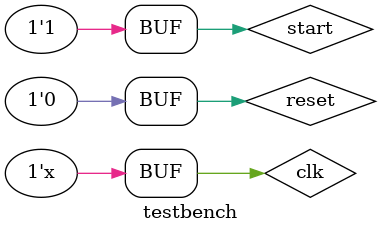
<source format=v>
`timescale 1ns / 1ns

module testbench;
	
	wire led;
	wire led_clk;
	reg reset;
	reg start;
	reg clk = 1'b0;
	
	WS2812 ws2812 (
		.i_Reset(reset),
		.i_Clock(clk),
		.i_Start(start),
		.o_Led(led),
		.o_Clock(led_clk)
	);
	
	always
		#2 clk = ~clk;
		

	initial begin
		reset = 1'b1;
		start = 1'b0;
		#10
		reset = 1'b0;
		#10
		start = 1'b1;
	end
	
endmodule
</source>
